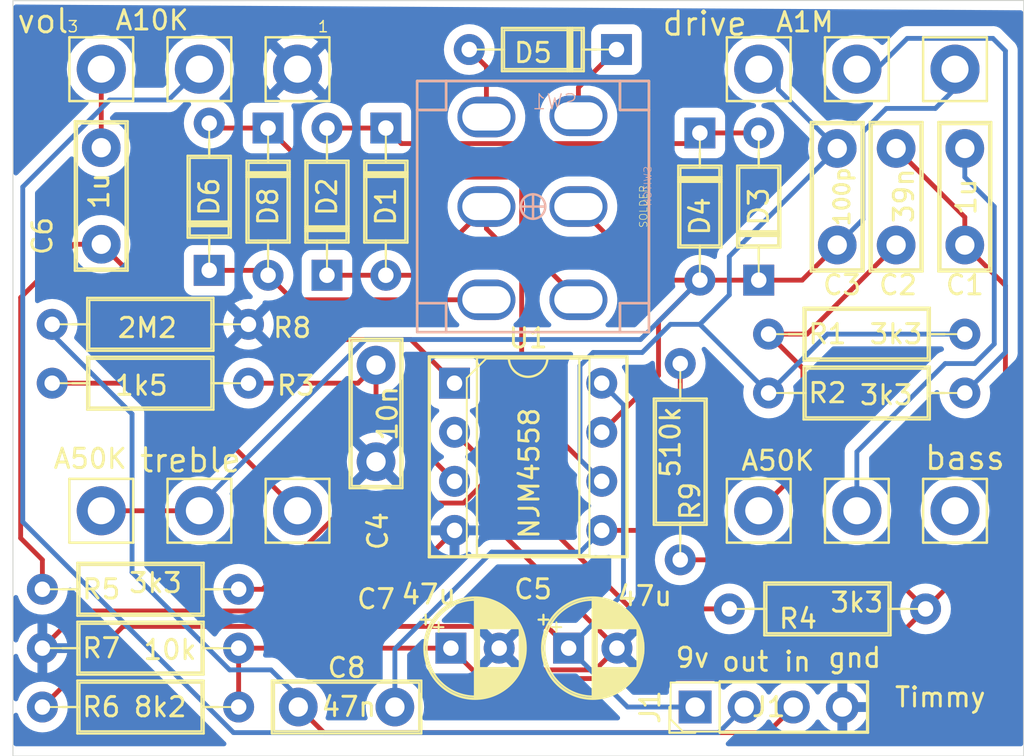
<source format=kicad_pcb>
(kicad_pcb (version 20221018) (generator pcbnew)
  (layers (0 "F.Cu" signal) (31 "B.Cu" signal) (34 "B.Paste" user) (35 "F.Paste" user) (36 "B.SilkS" user "B.Silkscreen") (37 "F.SilkS" user "F.Silkscreen") (38 "B.Mask" user) (39 "F.Mask" user) (44 "Edge.Cuts" user))
  (net 0 "")
  (net 1 "Net-(C1-Pad2)")
  (net 2 "VB")
  (net 3 "Net-(C2-Pad2)")
  (net 4 "Net-(C3-Pad2)")
  (net 5 "Net-(C3-Pad1)")
  (net 6 "Net-(C4-Pad2)")
  (net 7 "GND")
  (net 8 "+9V")
  (net 9 "Net-(C6-Pad2)")
  (net 10 "Net-(C6-Pad1)")
  (net 11 "Net-(C8-Pad2)")
  (net 12 "IN")
  (net 13 "Net-(D1-Pad1)")
  (net 14 "Net-(D5-Pad2)")
  (net 15 "Net-(D5-Pad1)")
  (net 16 "Net-(D6-Pad2)")
  (net 17 "Net-(D6-Pad1)")
  (net 18 "OUT")
  (net 19 "Net-(R2-Pad2)")
  (net 20 "Net-(R3-Pad1)")
  (net 21 "Net-(R4-Pad2)")
  (footprint "Capacitor_THT:C_Disc_D7.5mm_W2.5mm_P5.00mm" (layer "F.Cu") (at 143.256 59.904 90)
    (fp_text reference "C1" (at -2.072 0 180) (layer "F.SilkS"))
    (fp_text value "1u" (at 2.49428 0.07366 90) (layer "F.SilkS"))
    (pad "1" thru_hole circle (at 0 0 90) (size 2 2) (drill 1) (layers "*.Cu" "*.Mask") (net 2 "VB"))
    (pad "2" thru_hole circle (at 5 0 90) (size 2 2) (drill 1) (layers "*.Cu" "*.Mask") (net 1 "Net-(C1-Pad2)"))
  )
  (footprint "Capacitor_THT:C_Disc_D7.5mm_W2.5mm_P5.00mm" (layer "F.Cu") (at 139.7 54.904 -90)
    (fp_text reference "C2" (at 7.072 -0.09906 -180) (layer "F.SilkS"))
    (fp_text value "39n" (at 2.448 -0.4 -270) (layer "F.SilkS"))
    (pad "1" thru_hole circle (at 0 0 270) (size 2 2) (drill 1) (layers "*.Cu" "*.Mask") (net 2 "VB"))
    (pad "2" thru_hole circle (at 5 0 270) (size 2 2) (drill 1) (layers "*.Cu" "*.Mask") (net 3 "Net-(C2-Pad2)"))
  )
  (footprint "Capacitor_THT:C_Disc_D7.5mm_W2.5mm_P5.00mm" (layer "F.Cu") (at 136.652 59.904 90)
    (fp_text reference "C3" (at -2.072 0.2476 180) (layer "F.SilkS"))
    (fp_text value "100p" (at 2.5 0.2476 90) (layer "F.SilkS") (effects (font (size 0.8 0.8))))
    (pad "1" thru_hole circle (at 0 0 90) (size 2 2) (drill 1) (layers "*.Cu" "*.Mask") (net 5 "Net-(C3-Pad1)"))
    (pad "2" thru_hole circle (at 5 0 90) (size 2 2) (drill 1) (layers "*.Cu" "*.Mask") (net 4 "Net-(C3-Pad2)"))
  )
  (footprint "Capacitor_THT:C_Disc_D7.5mm_W2.5mm_P5.00mm" (layer "F.Cu") (at 112.776 71.12 90)
    (fp_text reference "C4" (at -3.59292 0.09572 90) (layer "F.SilkS"))
    (fp_text value "10n" (at 2.5 0.59572 90) (layer "F.SilkS"))
    (pad "1" thru_hole circle (at 0 0 90) (size 2 2) (drill 1) (layers "*.Cu" "*.Mask") (net 7 "GND"))
    (pad "2" thru_hole circle (at 5 0 90) (size 2 2) (drill 1) (layers "*.Cu" "*.Mask") (net 6 "Net-(C4-Pad2)"))
  )
  (footprint "Capacitor_THT:CP_Radial_D5.0mm_P2.50mm" (layer "F.Cu") (at 122.746888 80.772)
    (fp_text reference "C5" (at -1.842888 -3.048) (layer "F.SilkS"))
    (fp_text value "47u" (at 3.93624 -2.69972) (layer "F.SilkS"))
    (pad "1" thru_hole rect (at 0 0) (size 1.6 1.6) (drill 0.8) (layers "*.Cu" "*.Mask") (net 8 "+9V"))
    (pad "2" thru_hole circle (at 2.5 0) (size 1.6 1.6) (drill 0.8) (layers "*.Cu" "*.Mask") (net 7 "GND"))
  )
  (footprint "Capacitor_THT:C_Disc_D7.5mm_W2.5mm_P5.00mm" (layer "F.Cu") (at 98.552 54.864 -90)
    (fp_text reference "C6" (at 4.572 3.048 90) (layer "F.SilkS"))
    (fp_text value "1u" (at 2.24836 0.10844 90) (layer "F.SilkS"))
    (pad "1" thru_hole circle (at 0 0 270) (size 2 2) (drill 1) (layers "*.Cu" "*.Mask") (net 10 "Net-(C6-Pad1)"))
    (pad "2" thru_hole circle (at 5 0 270) (size 2 2) (drill 1) (layers "*.Cu" "*.Mask") (net 9 "Net-(C6-Pad2)"))
  )
  (footprint "Capacitor_THT:CP_Radial_D5.0mm_P2.50mm" (layer "F.Cu") (at 116.650888 80.772)
    (fp_text reference "C7" (at -3.874888 -2.54) (layer "F.SilkS"))
    (fp_text value "47u" (at -1.14696 -2.781) (layer "F.SilkS"))
    (pad "1" thru_hole rect (at 0 0) (size 1.6 1.6) (drill 0.8) (layers "*.Cu" "*.Mask") (net 2 "VB"))
    (pad "2" thru_hole circle (at 2.5 0) (size 1.6 1.6) (drill 0.8) (layers "*.Cu" "*.Mask") (net 7 "GND"))
  )
  (footprint "Capacitor_THT:C_Disc_D7.5mm_W2.5mm_P5.00mm" (layer "F.Cu") (at 108.752 83.82)
    (fp_text reference "C8" (at 2.5 -2.032) (layer "F.SilkS"))
    (fp_text value "47n" (at 2.6162 -0.0127) (layer "F.SilkS"))
    (pad "1" thru_hole circle (at 0 0) (size 2 2) (drill 1) (layers "*.Cu" "*.Mask") (net 12 "IN"))
    (pad "2" thru_hole circle (at 5 0) (size 2 2) (drill 1) (layers "*.Cu" "*.Mask") (net 11 "Net-(C8-Pad2)"))
  )
  (footprint "Diode_THT:D_DO-35_SOD27_P7.62mm_Horizontal" (layer "F.Cu") (at 113.284 53.848 -90)
    (fp_text reference "D1" (at 4.064 0 -270) (layer "F.SilkS"))
    (fp_text value "1N4148" hide)
    (pad "1" thru_hole rect (at 0 0 270) (size 1.6 1.6) (drill 0.8) (layers "*.Cu" "*.Mask") (net 13 "Net-(D1-Pad1)"))
    (pad "2" thru_hole oval (at 7.62 0 270) (size 1.6 1.6) (drill 0.8) (layers "*.Cu" "*.Mask") (net 4 "Net-(C3-Pad2)"))
  )
  (footprint "Diode_THT:D_DO-35_SOD27_P7.62mm_Horizontal" (layer "F.Cu") (at 110.236 61.468 90)
    (fp_text reference "D2" (at 4.064 0 90) (layer "F.SilkS"))
    (fp_text value "1N4148" hide)
    (pad "1" thru_hole rect (at 0 0 90) (size 1.6 1.6) (drill 0.8) (layers "*.Cu" "*.Mask") (net 4 "Net-(C3-Pad2)"))
    (pad "2" thru_hole oval (at 7.62 0 90) (size 1.6 1.6) (drill 0.8) (layers "*.Cu" "*.Mask") (net 13 "Net-(D1-Pad1)"))
  )
  (footprint "Diode_THT:D_DO-35_SOD27_P7.62mm_Horizontal" (layer "F.Cu") (at 132.588 61.722 90)
    (fp_text reference "D3" (at 3.81 0 90) (layer "F.SilkS"))
    (fp_text value "1N4148" hide)
    (pad "1" thru_hole rect (at 0 0 90) (size 1.6 1.6) (drill 0.8) (layers "*.Cu" "*.Mask") (net 5 "Net-(C3-Pad1)"))
    (pad "2" thru_hole oval (at 7.62 0 90) (size 1.6 1.6) (drill 0.8) (layers "*.Cu" "*.Mask") (net 13 "Net-(D1-Pad1)"))
  )
  (footprint "Diode_THT:D_DO-35_SOD27_P7.62mm_Horizontal" (layer "F.Cu") (at 129.54 54.102 -90)
    (fp_text reference "D4" (at 4.318 0 -270) (layer "F.SilkS"))
    (fp_text value "1N4148" hide)
    (pad "1" thru_hole rect (at 0 0 270) (size 1.6 1.6) (drill 0.8) (layers "*.Cu" "*.Mask") (net 13 "Net-(D1-Pad1)"))
    (pad "2" thru_hole oval (at 7.62 0 270) (size 1.6 1.6) (drill 0.8) (layers "*.Cu" "*.Mask") (net 5 "Net-(C3-Pad1)"))
  )
  (footprint "Diode_THT:D_DO-35_SOD27_P7.62mm_Horizontal" (layer "F.Cu") (at 125.222 49.784 180)
    (fp_text reference "D5" (at 4.318 -0.17028) (layer "F.SilkS"))
    (fp_text value "1N4148" hide)
    (pad "1" thru_hole rect (at 0 0 180) (size 1.6 1.6) (drill 0.8) (layers "*.Cu" "*.Mask") (net 15 "Net-(D5-Pad1)"))
    (pad "2" thru_hole oval (at 7.62 0 180) (size 1.6 1.6) (drill 0.8) (layers "*.Cu" "*.Mask") (net 14 "Net-(D5-Pad2)"))
  )
  (footprint "Diode_THT:D_DO-35_SOD27_P7.62mm_Horizontal" (layer "F.Cu") (at 104.14 61.214 90)
    (fp_text reference "D6" (at 3.81 0 90) (layer "F.SilkS"))
    (fp_text value "1N4148" hide)
    (pad "1" thru_hole rect (at 0 0 90) (size 1.6 1.6) (drill 0.8) (layers "*.Cu" "*.Mask") (net 17 "Net-(D6-Pad1)"))
    (pad "2" thru_hole oval (at 7.62 0 90) (size 1.6 1.6) (drill 0.8) (layers "*.Cu" "*.Mask") (net 16 "Net-(D6-Pad2)"))
  )
  (footprint "Diode_THT:D_DO-35_SOD27_P7.62mm_Horizontal" (layer "F.Cu") (at 107.188 53.848 -90)
    (fp_text reference "D8" (at 4.064 0 -270) (layer "F.SilkS"))
    (fp_text value "1N4148" hide)
    (pad "1" thru_hole rect (at 0 0 270) (size 1.6 1.6) (drill 0.8) (layers "*.Cu" "*.Mask") (net 16 "Net-(D6-Pad2)"))
    (pad "2" thru_hole oval (at 7.62 0 270) (size 1.6 1.6) (drill 0.8) (layers "*.Cu" "*.Mask") (net 17 "Net-(D6-Pad1)"))
  )
  (footprint "Connector_PinHeader_2.54mm:PinHeader_1x04_P2.54mm_Vertical" (layer "F.Cu") (at 129.296 83.82 90)
    (fp_text reference "J1" (at 0 -2.33 90) (layer "F.SilkS"))
    (fp_text value "Conn_01x04_Female" hide)
    (fp_text user "${REFERENCE}" (at 0 3.81) (layer "F.SilkS"))
    (pad "1" thru_hole rect (at 0 0 90) (size 1.7 1.7) (drill 1) (layers "*.Cu" "*.Mask") (net 8 "+9V"))
    (pad "2" thru_hole oval (at 0 2.54 90) (size 1.7 1.7) (drill 1) (layers "*.Cu" "*.Mask") (net 18 "OUT"))
    (pad "3" thru_hole oval (at 0 5.08 90) (size 1.7 1.7) (drill 1) (layers "*.Cu" "*.Mask") (net 12 "IN"))
    (pad "4" thru_hole oval (at 0 7.62 90) (size 1.7 1.7) (drill 1) (layers "*.Cu" "*.Mask") (net 7 "GND"))
  )
  (footprint "Resistor_THT:R_Axial_DIN0207_L6.3mm_D2.5mm_P10.16mm_Horizontal" (layer "F.Cu") (at 133.096 64.516)
    (fp_text reference "R1" (at 3.048 0) (layer "F.SilkS"))
    (fp_text value "3k3" (at 6.604 0) (layer "F.SilkS"))
    (pad "1" thru_hole circle (at 0 0) (size 1.6 1.6) (drill 0.8) (layers "*.Cu" "*.Mask") (net 3 "Net-(C2-Pad2)"))
    (pad "2" thru_hole oval (at 10.16 0) (size 1.6 1.6) (drill 0.8) (layers "*.Cu" "*.Mask") (net 4 "Net-(C3-Pad2)"))
  )
  (footprint "Resistor_THT:R_Axial_DIN0207_L6.3mm_D2.5mm_P10.16mm_Horizontal" (layer "F.Cu") (at 133.096 67.564)
    (fp_text reference "R2" (at 3.048 0) (layer "F.SilkS"))
    (fp_text value "3k3" (at 6.096 0.10776) (layer "F.SilkS"))
    (pad "1" thru_hole circle (at 0 0) (size 1.6 1.6) (drill 0.8) (layers "*.Cu" "*.Mask") (net 4 "Net-(C3-Pad2)"))
    (pad "2" thru_hole oval (at 10.16 0) (size 1.6 1.6) (drill 0.8) (layers "*.Cu" "*.Mask") (net 19 "Net-(R2-Pad2)"))
  )
  (footprint "Resistor_THT:R_Axial_DIN0207_L6.3mm_D2.5mm_P10.16mm_Horizontal" (layer "F.Cu") (at 96.012 67.056)
    (fp_text reference "R3" (at 12.61564 0.12144) (layer "F.SilkS"))
    (fp_text value "1k5" (at 4.61564 0.12144) (layer "F.SilkS"))
    (pad "1" thru_hole circle (at 0 0) (size 1.6 1.6) (drill 0.8) (layers "*.Cu" "*.Mask") (net 20 "Net-(R3-Pad1)"))
    (pad "2" thru_hole oval (at 10.16 0) (size 1.6 1.6) (drill 0.8) (layers "*.Cu" "*.Mask") (net 6 "Net-(C4-Pad2)"))
  )
  (footprint "Resistor_THT:R_Axial_DIN0207_L6.3mm_D2.5mm_P10.16mm_Horizontal" (layer "F.Cu") (at 141.224 78.74 180)
    (fp_text reference "R4" (at 6.604 -0.508) (layer "F.SilkS"))
    (fp_text value "3k3" (at 3.556 0.33274) (layer "F.SilkS"))
    (pad "1" thru_hole circle (at 0 0 180) (size 1.6 1.6) (drill 0.8) (layers "*.Cu" "*.Mask") (net 2 "VB"))
    (pad "2" thru_hole oval (at 10.16 0 180) (size 1.6 1.6) (drill 0.8) (layers "*.Cu" "*.Mask") (net 21 "Net-(R4-Pad2)"))
  )
  (footprint "Resistor_THT:R_Axial_DIN0207_L6.3mm_D2.5mm_P10.16mm_Horizontal" (layer "F.Cu") (at 105.664 77.724 180)
    (fp_text reference "R5" (at 7.112 0) (layer "F.SilkS"))
    (fp_text value "3k3" (at 4.30022 0.32766) (layer "F.SilkS"))
    (pad "1" thru_hole circle (at 0 0 180) (size 1.6 1.6) (drill 0.8) (layers "*.Cu" "*.Mask") (net 21 "Net-(R4-Pad2)"))
    (pad "2" thru_hole oval (at 10.16 0 180) (size 1.6 1.6) (drill 0.8) (layers "*.Cu" "*.Mask") (net 9 "Net-(C6-Pad2)"))
  )
  (footprint "Resistor_THT:R_Axial_DIN0207_L6.3mm_D2.5mm_P10.16mm_Horizontal" (layer "F.Cu") (at 95.504 83.82)
    (fp_text reference "R6" (at 3.048 0) (layer "F.SilkS"))
    (fp_text value "8k2" (at 6.096 0) (layer "F.SilkS"))
    (pad "1" thru_hole circle (at 0 0) (size 1.6 1.6) (drill 0.8) (layers "*.Cu" "*.Mask") (net 8 "+9V"))
    (pad "2" thru_hole oval (at 10.16 0) (size 1.6 1.6) (drill 0.8) (layers "*.Cu" "*.Mask") (net 2 "VB"))
  )
  (footprint "Resistor_THT:R_Axial_DIN0207_L6.3mm_D2.5mm_P10.16mm_Horizontal" (layer "F.Cu") (at 105.664 80.772 180)
    (fp_text reference "R7" (at 7.112 0) (layer "F.SilkS"))
    (fp_text value "10k" (at 3.556 -0.08732) (layer "F.SilkS"))
    (pad "1" thru_hole circle (at 0 0 180) (size 1.6 1.6) (drill 0.8) (layers "*.Cu" "*.Mask") (net 2 "VB"))
    (pad "2" thru_hole oval (at 10.16 0 180) (size 1.6 1.6) (drill 0.8) (layers "*.Cu" "*.Mask") (net 7 "GND"))
  )
  (footprint "Resistor_THT:R_Axial_DIN0207_L6.3mm_D2.5mm_P10.16mm_Horizontal" (layer "F.Cu") (at 106.172 64.008 180)
    (fp_text reference "R8" (at -2.2626 -0.18328) (layer "F.SilkS"))
    (fp_text value "2M2" (at 5.2374 -0.18328) (layer "F.SilkS"))
    (pad "1" thru_hole circle (at 0 0 180) (size 1.6 1.6) (drill 0.8) (layers "*.Cu" "*.Mask") (net 7 "GND"))
    (pad "2" thru_hole oval (at 10.16 0 180) (size 1.6 1.6) (drill 0.8) (layers "*.Cu" "*.Mask") (net 12 "IN"))
  )
  (footprint "Resistor_THT:R_Axial_DIN0207_L6.3mm_D2.5mm_P10.16mm_Horizontal" (layer "F.Cu") (at 128.524 66.04 -90)
    (fp_text reference "R9" (at 7.112 -0.508 90) (layer "F.SilkS"))
    (fp_text value "510k" (at 4.064 0.508 90) (layer "F.SilkS"))
    (pad "1" thru_hole circle (at 0 0 270) (size 1.6 1.6) (drill 0.8) (layers "*.Cu" "*.Mask") (net 11 "Net-(C8-Pad2)"))
    (pad "2" thru_hole oval (at 10.16 0 270) (size 1.6 1.6) (drill 0.8) (layers "*.Cu" "*.Mask") (net 2 "VB"))
  )
  (footprint "pedals:16MM_PCB_PADS" (layer "F.Cu") (at 137.668 73.66)
    (fp_text reference "bass" (at 3.429 -2.032) (layer "F.SilkS") (effects (font (size 1.2065 1.2065) (thickness 0.1524)) (justify left bottom)))
    (fp_text value "50k" hide)
    (pad "1" thru_hole circle (at 5.08 0 180) (size 2.54 2.54) (drill 1.4) (layers "*.Cu" "*.Mask"))
    (pad "2" thru_hole circle (at 0 0 180) (size 2.54 2.54) (drill 1.4) (layers "*.Cu" "*.Mask") (net 1 "Net-(C1-Pad2)"))
    (pad "3" thru_hole circle (at -5.08 0 180) (size 2.54 2.54) (drill 1.4) (layers "*.Cu" "*.Mask") (net 3 "Net-(C2-Pad2)"))
  )
  (footprint "pedals:16MM_PCB_PADS" (layer "F.Cu") (at 137.668 50.8)
    (fp_text reference "drive" (at -10.16 -1.651) (layer "F.SilkS") (effects (font (size 1.2065 1.2065) (thickness 0.1524)) (justify left bottom)))
    (fp_text value "1M" hide)
    (pad "1" thru_hole circle (at 5.08 0 180) (size 2.54 2.54) (drill 1.4) (layers "*.Cu" "*.Mask") (net 5 "Net-(C3-Pad1)"))
    (pad "2" thru_hole circle (at 0 0 180) (size 2.54 2.54) (drill 1.4) (layers "*.Cu" "*.Mask") (net 19 "Net-(R2-Pad2)"))
    (pad "3" thru_hole circle (at -5.08 0 180) (size 2.54 2.54) (drill 1.4) (layers "*.Cu" "*.Mask") (net 4 "Net-(C3-Pad2)"))
  )
  (footprint "pedals:16MM_PCB_PADS" (layer "F.Cu") (at 103.632 73.66)
    (fp_text reference "treble" (at -3.175 -1.905) (layer "F.SilkS") (effects (font (size 1.2065 1.2065) (thickness 0.1524)) (justify left bottom)))
    (fp_text value "50k" hide)
    (pad "1" thru_hole circle (at 5.08 0 180) (size 2.54 2.54) (drill 1.4) (layers "*.Cu" "*.Mask") (net 20 "Net-(R3-Pad1)"))
    (pad "2" thru_hole circle (at 0 0 180) (size 2.54 2.54) (drill 1.4) (layers "*.Cu" "*.Mask") (net 5 "Net-(C3-Pad1)"))
    (pad "3" thru_hole circle (at -5.08 0 180) (size 2.54 2.54) (drill 1.4) (layers "*.Cu" "*.Mask") (net 5 "Net-(C3-Pad1)"))
  )
  (footprint "pedals:16MM_PCB_PADS" (layer "F.Cu") (at 103.632 50.8)
    (fp_text reference "vol" (at -9.525 -1.778) (layer "F.SilkS") (effects (font (size 1.2065 1.2065) (thickness 0.1524)) (justify left bottom)))
    (fp_text value "10k" hide)
    (fp_text user "1" (at 6.731 -2.54) (layer "F.SilkS") (effects (font (size 0.57912 0.57912) (thickness 0.073152)) (justify right top)))
    (fp_text user "3" (at -6.223 -2.54) (layer "F.SilkS") (effects (font (size 0.57912 0.57912) (thickness 0.073152)) (justify right top)))
    (pad "1" thru_hole circle (at 5.08 0 180) (size 2.54 2.54) (drill 1.4) (layers "*.Cu" "*.Mask") (net 7 "GND"))
    (pad "2" thru_hole circle (at 0 0 180) (size 2.54 2.54) (drill 1.4) (layers "*.Cu" "*.Mask") (net 18 "OUT"))
    (pad "3" thru_hole circle (at -5.08 0 180) (size 2.54 2.54) (drill 1.4) (layers "*.Cu" "*.Mask") (net 10 "Net-(C6-Pad1)"))
  )
  (footprint "switches:DPDT.MINI3" (layer "F.Cu") (at 120.904 57.912)
    (fp_text reference "SW1" (at -0.095 -5.873) (layer "B.SilkS") (effects (font (size 0.77216 0.77216) (thickness 0.065024)) (justify right top mirror)))
    (fp_text value "SW_DPDT_x2" hide)
    (fp_text user "SWITCH" (at 5.715 0 270) (layer "B.SilkS") (effects (font (size 0.38608 0.38608) (thickness 0.032512)) (justify right top mirror)))
    (fp_text user "SOLDER" (at 5.715 0 90) (layer "F.SilkS") (effects (font (size 0.38608 0.38608) (thickness 0.032512))))
    (pad "1" thru_hole oval (at -2.413 -4.6355) (size 3 2.1) (drill oval 2.5 1.4) (layers "*.Cu" "*.Mask") (net 14 "Net-(D5-Pad2)"))
    (pad "2" thru_hole oval (at -2.413 0) (size 3 2.1) (drill oval 2.5 1.4) (layers "*.Cu" "*.Mask") (net 4 "Net-(C3-Pad2)"))
    (pad "3" thru_hole oval (at -2.413 4.826) (size 3 2.1) (drill oval 2.5 1.4) (layers "*.Cu" "*.Mask") (net 17 "Net-(D6-Pad1)"))
    (pad "4" thru_hole oval (at 2.3495 -4.699) (size 3 2.1) (drill oval 2.5 1.4) (layers "*.Cu" "*.Mask") (net 15 "Net-(D5-Pad1)"))
    (pad "5" thru_hole oval (at 2.3495 0) (size 3 2.1) (drill oval 2.5 1.4) (layers "*.Cu" "*.Mask") (net 5 "Net-(C3-Pad1)"))
    (pad "6" thru_hole oval (at 2.3495 4.826) (size 3 2.1) (drill oval 2.5 1.4) (layers "*.Cu" "*.Mask") (net 16 "Net-(D6-Pad2)"))
  )
  (footprint "Package_DIP:DIP-8_W7.62mm_Socket" (layer "F.Cu") (at 116.84 67.056)
    (fp_text reference "U1" (at 3.81 -2.33) (layer "F.SilkS"))
    (fp_text value "NJM4558" (at 3.8735 4.66344 90) (layer "F.SilkS"))
    (pad "1" thru_hole rect (at 0 0) (size 1.6 1.6) (drill 0.8) (layers "*.Cu" "*.Mask") (net 9 "Net-(C6-Pad2)"))
    (pad "2" thru_hole oval (at 0 2.54) (size 1.6 1.6) (drill 0.8) (layers "*.Cu" "*.Mask") (net 21 "Net-(R4-Pad2)"))
    (pad "3" thru_hole oval (at 0 5.08) (size 1.6 1.6) (drill 0.8) (layers "*.Cu" "*.Mask") (net 6 "Net-(C4-Pad2)"))
    (pad "4" thru_hole oval (at 0 7.62) (size 1.6 1.6) (drill 0.8) (layers "*.Cu" "*.Mask") (net 7 "GND"))
    (pad "5" thru_hole oval (at 7.62 7.62) (size 1.6 1.6) (drill 0.8) (layers "*.Cu" "*.Mask") (net 11 "Net-(C8-Pad2)"))
    (pad "6" thru_hole oval (at 7.62 5.08) (size 1.6 1.6) (drill 0.8) (layers "*.Cu" "*.Mask") (net 4 "Net-(C3-Pad2)"))
    (pad "7" thru_hole oval (at 7.62 2.54) (size 1.6 1.6) (drill 0.8) (layers "*.Cu" "*.Mask") (net 5 "Net-(C3-Pad1)"))
    (pad "8" thru_hole oval (at 7.62 0) (size 1.6 1.6) (drill 0.8) (layers "*.Cu" "*.Mask") (net 8 "+9V"))
  )
  (gr_line (start 146.304 47.244) (end 146.304 86.36) (stroke (width 0.05)) (layer "Edge.Cuts"))
  (gr_line (start 146.304 86.36) (end 93.98 86.36) (stroke (width 0.05)) (layer "Edge.Cuts"))
  (gr_line (start 93.98 47.25416) (end 146.304 47.244) (stroke (width 0.05)) (layer "Edge.Cuts"))
  (gr_line (start 93.98 86.36) (end 93.98 47.25416) (stroke (width 0.05)) (layer "Edge.Cuts"))
  (gr_text "Timmy" (at 141.986 83.312) (layer "F.SilkS") (effects (font (size 1 1))))
  (gr_text "A1M\n" (at 133.4 48.952) (layer "F.SilkS") (effects (font (size 1 1)) (justify left bottom)))
  (gr_text "A10K\n" (at 99.2 48.852) (layer "F.SilkS") (effects (font (size 1 1)) (justify left bottom)))
  (gr_text "A50K" (at 96 71.552) (layer "F.SilkS") (effects (font (size 1 1)) (justify left bottom)))
  (gr_text "in\n" (at 133.8 82.052) (layer "F.SilkS") (effects (font (size 1 1)) (justify left bottom)))
  (gr_text "out\n" (at 130.6 82.052) (layer "F.SilkS") (effects (font (size 1 1)) (justify left bottom)))
  (gr_text "gnd\n" (at 136.1 81.852) (layer "F.SilkS") (effects (font (size 1 1)) (justify left bottom)))
  (gr_text "9v" (at 128.2 81.852) (layer "F.SilkS") (effects (font (size 1 1)) (justify left bottom)))
  (gr_text "A50K" (at 131.6 71.652) (layer "F.SilkS") (effects (font (size 1 1)) (justify left bottom)))
  (segment (start 144.78 65.024) (end 144.78 57.912) (width 0.25) (layer "B.Cu") (net 1))
  (segment (start 143.764 66.04) (end 144.78 65.024) (width 0.25) (layer "B.Cu") (net 1))
  (segment (start 142.24 66.04) (end 143.764 66.04) (width 0.25) (layer "B.Cu") (net 1))
  (segment (start 143.256 56.388) (end 143.256 54.904) (width 0.25) (layer "B.Cu") (net 1))
  (segment (start 137.668 70.612) (end 142.24 66.04) (width 0.25) (layer "B.Cu") (net 1))
  (segment (start 144.78 57.912) (end 143.256 56.388) (width 0.25) (layer "B.Cu") (net 1))
  (segment (start 137.668 73.66) (end 137.668 70.612) (width 0.25) (layer "B.Cu") (net 1))
  (segment (start 138.684 76.2) (end 128.524 76.2) (width 0.25) (layer "F.Cu") (net 2))
  (segment (start 145.358511 62.006511) (end 143.256 59.904) (width 0.25) (layer "F.Cu") (net 2))
  (segment (start 145.358511 74.605489) (end 145.358511 62.006511) (width 0.25) (layer "F.Cu") (net 2))
  (segment (start 118.224919 82.346031) (end 137.617969 82.346031) (width 0.25) (layer "F.Cu") (net 2))
  (segment (start 116.650888 80.772) (end 105.664 80.772) (width 0.25) (layer "F.Cu") (net 2))
  (segment (start 141.224 78.74) (end 145.358511 74.605489) (width 0.25) (layer "F.Cu") (net 2))
  (segment (start 141.224 78.74) (end 138.684 76.2) (width 0.25) (layer "F.Cu") (net 2))
  (segment (start 143.256 59.904) (end 143.256 58.46) (width 0.25) (layer "F.Cu") (net 2))
  (segment (start 105.664 83.82) (end 105.664 80.772) (width 0.25) (layer "F.Cu") (net 2))
  (segment (start 137.617969 82.346031) (end 138.176 81.788) (width 0.25) (layer "F.Cu") (net 2))
  (segment (start 138.067489 81.896511) (end 141.224 78.74) (width 0.25) (layer "F.Cu") (net 2))
  (segment (start 116.650888 80.772) (end 118.224919 82.346031) (width 0.25) (layer "F.Cu") (net 2))
  (segment (start 143.256 58.46) (end 139.7 54.904) (width 0.25) (layer "F.Cu") (net 2))
  (segment (start 134.874 66.294) (end 133.096 64.516) (width 0.25) (layer "F.Cu") (net 3))
  (segment (start 134.874 71.374) (end 134.874 66.294) (width 0.25) (layer "F.Cu") (net 3))
  (segment (start 132.588 73.66) (end 134.874 71.374) (width 0.25) (layer "F.Cu") (net 3))
  (segment (start 133.096 64.516) (end 135.088 64.516) (width 0.25) (layer "F.Cu") (net 3))
  (segment (start 135.088 64.516) (end 139.7 59.904) (width 0.25) (layer "F.Cu") (net 3))
  (segment (start 120.31552 67.99152) (end 120.31552 60.87952) (width 0.25) (layer "F.Cu") (net 4))
  (segment (start 120.31552 60.87952) (end 118.491 59.055) (width 0.25) (layer "F.Cu") (net 4))
  (segment (start 124.46 72.136) (end 120.31552 67.99152) (width 0.25) (layer "F.Cu") (net 4))
  (segment (start 113.284 61.468) (end 114.935 61.468) (width 0.25) (layer "F.Cu") (net 4))
  (segment (start 114.935 61.468) (end 118.491 57.912) (width 0.25) (layer "F.Cu") (net 4))
  (segment (start 110.236 61.468) (end 113.284 61.468) (width 0.25) (layer "F.Cu") (net 4))
  (segment (start 118.491 59.055) (end 118.491 57.912) (width 0.25) (layer "F.Cu") (net 4))
  (segment (start 133.096 67.564) (end 129.54 64.008) (width 0.25) (layer "B.Cu") (net 4))
  (segment (start 129.54 64.008) (end 131.064 62.484) (width 0.25) (layer "B.Cu") (net 4))
  (segment (start 123.335489 71.011489) (end 123.335489 66.148511) (width 0.25) (layer "B.Cu") (net 4))
  (segment (start 124.46 72.136) (end 123.335489 71.011489) (width 0.25) (layer "B.Cu") (net 4))
  (segment (start 136.652 54.904) (end 133.604 51.856) (width 0.25) (layer "B.Cu") (net 4))
  (segment (start 131.064 62.484) (end 131.064 60.492) (width 0.25) (layer "B.Cu") (net 4))
  (segment (start 123.335489 66.148511) (end 124.018141 65.465859) (width 0.25) (layer "B.Cu") (net 4))
  (segment (start 129.54 64.008) (end 128.016 64.008) (width 0.25) (layer "B.Cu") (net 4))
  (segment (start 133.096 67.564) (end 136.144 64.516) (width 0.25) (layer "B.Cu") (net 4))
  (segment (start 124.018141 65.465859) (end 126.558141 65.465859) (width 0.25) (layer "B.Cu") (net 4))
  (segment (start 126.558141 65.465859) (end 128.016 64.008) (width 0.25) (layer "B.Cu") (net 4))
  (segment (start 133.604 51.856) (end 133.604 50.8) (width 0.25) (layer "B.Cu") (net 4))
  (segment (start 131.064 60.492) (end 136.652 54.904) (width 0.25) (layer "B.Cu") (net 4))
  (segment (start 136.144 64.516) (end 143.256 64.516) (width 0.25) (layer "B.Cu") (net 4))
  (segment (start 129.54 61.722) (end 132.588 61.722) (width 0.25) (layer "F.Cu") (net 5))
  (segment (start 129.54 61.722) (end 127.0635 61.722) (width 0.25) (layer "F.Cu") (net 5))
  (segment (start 98.552 73.66) (end 103.632 73.66) (width 0.25) (layer "F.Cu") (net 5))
  (segment (start 127.399489 63.862511) (end 129.54 61.722) (width 0.25) (layer "F.Cu") (net 5))
  (segment (start 134.834 61.722) (end 136.652 59.904) (width 0.25) (layer "F.Cu") (net 5))
  (segment (start 127.0635 61.722) (end 123.2535 57.912) (width 0.25) (layer "F.Cu") (net 5))
  (segment (start 132.588 61.722) (end 134.834 61.722) (width 0.25) (layer "F.Cu") (net 5))
  (segment (start 127.399489 66.656511) (end 127.399489 63.862511) (width 0.25) (layer "F.Cu") (net 5))
  (segment (start 124.46 69.596) (end 127.399489 66.656511) (width 0.25) (layer "F.Cu") (net 5))
  (segment (start 129.54 61.722) (end 126.466511 64.795489) (width 0.25) (layer "B.Cu") (net 5))
  (segment (start 103.632 73.390857) (end 103.632 73.66) (width 0.25) (layer "B.Cu") (net 5))
  (segment (start 137.976511 54.047489) (end 139.192 52.832) (width 0.25) (layer "B.Cu") (net 5))
  (segment (start 126.466511 64.795489) (end 112.227368 64.795489) (width 0.25) (layer "B.Cu") (net 5))
  (segment (start 139.192 52.832) (end 141.732 52.832) (width 0.25) (layer "B.Cu") (net 5))
  (segment (start 141.732 52.832) (end 143.764 50.8) (width 0.25) (layer "B.Cu") (net 5))
  (segment (start 112.227368 64.795489) (end 103.632 73.390857) (width 0.25) (layer "B.Cu") (net 5))
  (segment (start 136.652 59.904) (end 137.976511 58.579489) (width 0.25) (layer "B.Cu") (net 5))
  (segment (start 137.976511 58.579489) (end 137.976511 54.047489) (width 0.25) (layer "B.Cu") (net 5))
  (segment (start 105.664 67.056) (end 111.84 67.056) (width 0.25) (layer "F.Cu") (net 6))
  (segment (start 111.84 67.056) (end 112.776 66.12) (width 0.25) (layer "F.Cu") (net 6))
  (segment (start 112.776 68.072) (end 112.776 66.12) (width 0.25) (layer "F.Cu") (net 6))
  (segment (start 116.84 72.136) (end 112.776 68.072) (width 0.25) (layer "F.Cu") (net 6))
  (segment (start 97.427489 78.848511) (end 112.667489 78.848511) (width 0.25) (layer "F.Cu") (net 7))
  (segment (start 119.150888 74.676) (end 116.84 74.676) (width 0.25) (layer "F.Cu") (net 7))
  (segment (start 95.504 80.772) (end 97.427489 78.848511) (width 0.25) (layer "F.Cu") (net 7))
  (segment (start 120.275399 81.896511) (end 119.150888 80.772) (width 0.25) (layer "F.Cu") (net 7))
  (segment (start 112.667489 78.848511) (end 116.84 74.676) (width 0.25) (layer "F.Cu") (net 7))
  (segment (start 125.246888 80.772) (end 119.150888 74.676) (width 0.25) (layer "F.Cu") (net 7))
  (segment (start 124.122377 81.896511) (end 120.275399 81.896511) (width 0.25) (layer "F.Cu") (net 7))
  (segment (start 125.246888 80.772) (end 124.122377 81.896511) (width 0.25) (layer "F.Cu") (net 7))
  (segment (start 121.622377 79.647489) (end 122.746888 80.772) (width 0.25) (layer "F.Cu") (net 8))
  (segment (start 95.504 83.82) (end 99.676511 79.647489) (width 0.25) (layer "F.Cu") (net 8))
  (segment (start 99.676511 79.647489) (end 121.622377 79.647489) (width 0.25) (layer "F.Cu") (net 8))
  (segment (start 125.584511 68.180511) (end 125.584511 77.934377) (width 0.25) (layer "B.Cu") (net 8))
  (segment (start 125.794888 83.82) (end 129.296 83.82) (width 0.25) (layer "B.Cu") (net 8))
  (segment (start 124.46 67.056) (end 125.584511 68.180511) (width 0.25) (layer "B.Cu") (net 8))
  (segment (start 122.746888 80.772) (end 125.794888 83.82) (width 0.25) (layer "B.Cu") (net 8))
  (segment (start 125.584511 77.934377) (end 122.746888 80.772) (width 0.25) (layer "B.Cu") (net 8))
  (segment (start 109.22 65.532) (end 109.956511 64.795489) (width 0.25) (layer "F.Cu") (net 9))
  (segment (start 95.504 76.2) (end 95.504 77.724) (width 0.25) (layer "F.Cu") (net 9))
  (segment (start 94.379489 75.075489) (end 95.504 76.2) (width 0.25) (layer "F.Cu") (net 9))
  (segment (start 114.579489 64.795489) (end 116.84 67.056) (width 0.25) (layer "F.Cu") (net 9))
  (segment (start 98.552 59.864) (end 104.22 65.532) (width 0.25) (layer "F.Cu") (net 9))
  (segment (start 97.137787 59.864) (end 94.379489 62.622298) (width 0.25) (layer "F.Cu") (net 9))
  (segment (start 94.379489 62.622298) (end 94.379489 75.075489) (width 0.25) (layer "F.Cu") (net 9))
  (segment (start 104.22 65.532) (end 109.22 65.532) (width 0.25) (layer "F.Cu") (net 9))
  (segment (start 98.552 59.864) (end 97.137787 59.864) (width 0.25) (layer "F.Cu") (net 9))
  (segment (start 109.956511 64.795489) (end 114.579489 64.795489) (width 0.25) (layer "F.Cu") (net 9))
  (segment (start 98.552 54.864) (end 98.552 50.8) (width 0.25) (layer "F.Cu") (net 10))
  (segment (start 124.46 74.676) (end 126.492 74.676) (width 0.25) (layer "F.Cu") (net 11))
  (segment (start 126.492 74.676) (end 128.524 72.644) (width 0.25) (layer "F.Cu") (net 11))
  (segment (start 128.524 72.644) (end 128.524 66.04) (width 0.25) (layer "F.Cu") (net 11))
  (segment (start 113.752 80.812) (end 113.752 83.82) (width 0.25) (layer "B.Cu") (net 11))
  (segment (start 124.46 74.676) (end 123.335489 75.800511) (width 0.25) (layer "B.Cu") (net 11))
  (segment (start 118.763489 75.800511) (end 113.752 80.812) (width 0.25) (layer "B.Cu") (net 11))
  (segment (start 123.335489 75.800511) (end 118.763489 75.800511) (width 0.25) (layer "B.Cu") (net 11))
  (segment (start 108.752 83.82) (end 110.076511 85.144511) (width 0.25) (layer "F.Cu") (net 12))
  (segment (start 133.051489 85.144511) (end 134.376 83.82) (width 0.25) (layer "F.Cu") (net 12))
  (segment (start 110.076511 85.144511) (end 133.051489 85.144511) (width 0.25) (layer "F.Cu") (net 12))
  (segment (start 109.26 83.82) (end 107.336511 81.896511) (width 0.25) (layer "B.Cu") (net 12))
  (segment (start 107.336511 81.896511) (end 105.198211 81.896511) (width 0.25) (layer "B.Cu") (net 12))
  (segment (start 100.146511 76.844811) (end 100.146511 68.650511) (width 0.25) (layer "B.Cu") (net 12))
  (segment (start 105.198211 81.896511) (end 100.146511 76.844811) (width 0.25) (layer "B.Cu") (net 12))
  (segment (start 100.146511 68.650511) (end 95.504 64.008) (width 0.25) (layer "B.Cu") (net 12))
  (segment (start 129.54 54.102) (end 128.99098 54.65102) (width 0.25) (layer "F.Cu") (net 13))
  (segment (start 128.99098 54.65102) (end 114.08702 54.65102) (width 0.25) (layer "F.Cu") (net 13))
  (segment (start 129.54 54.102) (end 132.588 54.102) (width 0.25) (layer "F.Cu") (net 13))
  (segment (start 114.08702 54.65102) (end 113.284 53.848) (width 0.25) (layer "F.Cu") (net 13))
  (segment (start 113.284 53.848) (end 110.236 53.848) (width 0.25) (layer "F.Cu") (net 13))
  (segment (start 118.491 53.2765) (end 118.491 50.673) (width 0.25) (layer "F.Cu") (net 14))
  (segment (start 118.491 50.673) (end 117.602 49.784) (width 0.25) (layer "F.Cu") (net 14))
  (segment (start 123.2535 51.7525) (end 125.222 49.784) (width 0.25) (layer "F.Cu") (net 15))
  (segment (start 123.2535 53.213) (end 123.2535 51.7525) (width 0.25) (layer "F.Cu") (net 15))
  (segment (start 119.888 56.388) (end 109.728 56.388) (width 0.25) (layer "F.Cu") (net 16))
  (segment (start 109.728 56.388) (end 107.188 53.848) (width 0.25) (layer "F.Cu") (net 16))
  (segment (start 120.31552 59.80002) (end 120.31552 56.81552) (width 0.25) (layer "F.Cu") (net 16))
  (segment (start 123.2535 62.738) (end 120.31552 59.80002) (width 0.25) (layer "F.Cu") (net 16))
  (segment (start 120.31552 56.81552) (end 119.888 56.388) (width 0.25) (layer "F.Cu") (net 16))
  (segment (start 107.188 53.848) (end 104.394 53.848) (width 0.25) (layer "F.Cu") (net 16))
  (segment (start 104.394 53.848) (end 104.14 53.594) (width 0.25) (layer "F.Cu") (net 16))
  (segment (start 108.458 62.738) (end 118.491 62.738) (width 0.25) (layer "F.Cu") (net 17))
  (segment (start 107.188 61.468) (end 108.458 62.738) (width 0.25) (layer "F.Cu") (net 17))
  (segment (start 106.934 61.214) (end 107.188 61.468) (width 0.25) (layer "F.Cu") (net 17))
  (segment (start 104.14 61.214) (end 106.934 61.214) (width 0.25) (layer "F.Cu") (net 17))
  (segment (start 130.511489 85.144511) (end 131.836 83.82) (width 0.25) (layer "B.Cu") (net 18))
  (segment (start 102.037489 52.394511) (end 103.632 50.8) (width 0.25) (layer "B.Cu") (net 18))
  (segment (start 94.488 56.896) (end 98.989489 52.394511) (width 0.25) (layer "B.Cu") (net 18))
  (segment (start 105.398211 85.144511) (end 94.488 74.2343) (width 0.25) (layer "B.Cu") (net 18))
  (segment (start 98.989489 52.394511) (end 102.037489 52.394511) (width 0.25) (layer "B.Cu") (net 18))
  (segment (start 94.488 74.2343) (end 94.488 56.896) (width 0.25) (layer "B.Cu") (net 18))
  (segment (start 105.398211 85.144511) (end 130.511489 85.144511) (width 0.25) (layer "B.Cu") (net 18))
  (segment (start 140.278511 49.205489) (end 138.684 50.8) (width 0.25) (layer "B.Cu") (net 19))
  (segment (start 144.709489 49.205489) (end 140.278511 49.205489) (width 0.25) (layer "B.Cu") (net 19))
  (segment (start 145.358511 65.461489) (end 145.358511 49.854511) (width 0.25) (layer "B.Cu") (net 19))
  (segment (start 145.358511 49.854511) (end 144.709489 49.205489) (width 0.25) (layer "B.Cu") (net 19))
  (segment (start 143.256 67.564) (end 145.358511 65.461489) (width 0.25) (layer "B.Cu") (net 19))
  (segment (start 102.108 67.056) (end 95.504 67.056) (width 0.25) (layer "F.Cu") (net 20))
  (segment (start 108.712 73.66) (end 102.108 67.056) (width 0.25) (layer "F.Cu") (net 20))
  (segment (start 118.364 71.12) (end 116.84 69.596) (width 0.25) (layer "F.Cu") (net 21))
  (segment (start 117.305789 73.260511) (end 118.364 72.2023) (width 0.25) (layer "F.Cu") (net 21))
  (segment (start 105.664 77.724) (end 106.90298 77.724) (width 0.25) (layer "F.Cu") (net 21))
  (segment (start 106.90298 77.724) (end 111.366469 73.260511) (width 0.25) (layer "F.Cu") (net 21))
  (segment (start 118.364 72.2023) (end 118.364 71.12) (width 0.25) (layer "F.Cu") (net 21))
  (segment (start 131.064 78.74) (end 125.984 78.74) (width 0.25) (layer "F.Cu") (net 21))
  (segment (start 111.366469 73.260511) (end 117.305789 73.260511) (width 0.25) (layer "F.Cu") (net 21))
  (segment (start 125.984 78.74) (end 116.84 69.596) (width 0.25) (layer "F.Cu") (net 21))
  (zone (net 7) (net_name "GND") (layer "B.Cu") (connect_pads (clearance 0.508)) (min_thickness 0.254) (fill yes (thermal_gap 0.508) (thermal_bridge_width 0.508))
    (polygon (pts (xy 146.304 47.752) (xy 146.304 85.852) (xy 93.98 85.852) (xy 93.98 47.453079)))
  )
)
</source>
